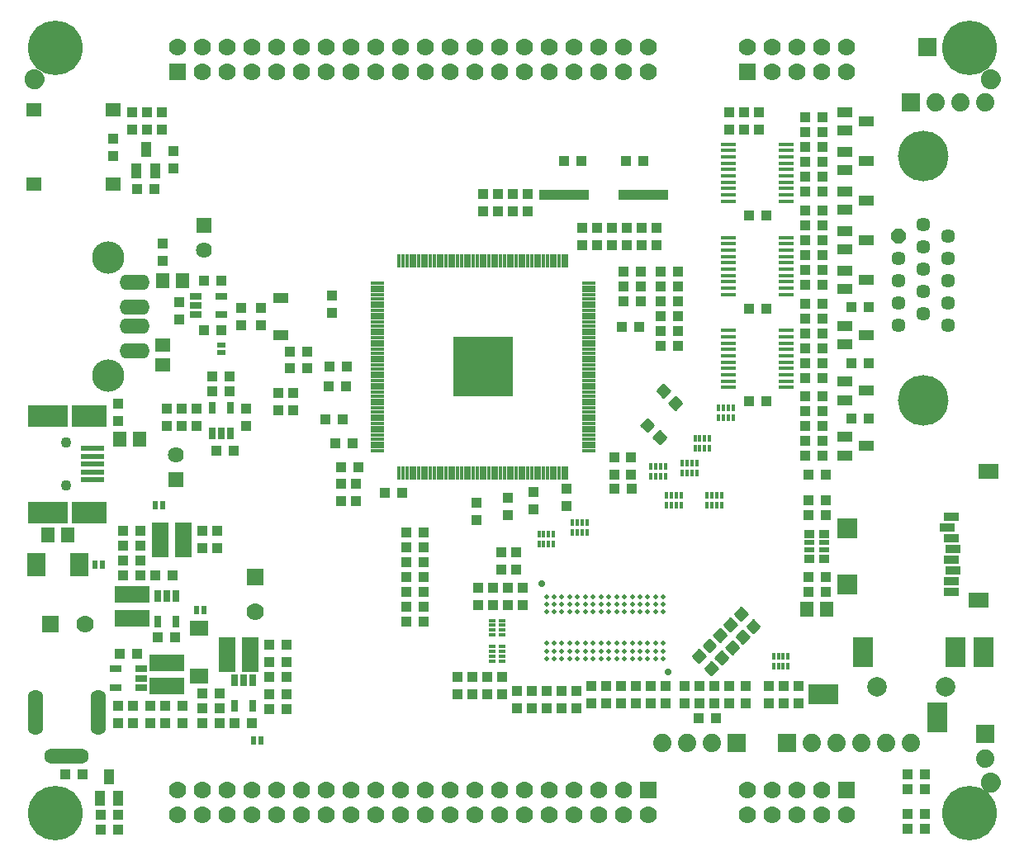
<source format=gbr>
G75*
G70*
%OFA0B0*%
%FSLAX24Y24*%
%IPPOS*%
%LPD*%
%AMOC8*
5,1,8,0,0,1.08239X$1,22.5*
%
%ADD10C,0.0631*%
%ADD11R,0.0740X0.0740*%
%ADD12R,0.0440X0.0440*%
%ADD13C,0.0088*%
%ADD14R,0.2009X0.0434*%
%ADD15R,0.0540X0.0640*%
%ADD16R,0.0700X0.0700*%
%ADD17C,0.0700*%
%ADD18C,0.0434*%
%ADD19C,0.0500*%
%ADD20R,0.0440X0.0340*%
%ADD21R,0.0440X0.0240*%
%ADD22R,0.0257X0.0512*%
%ADD23R,0.0240X0.0340*%
%ADD24R,0.0670X0.1418*%
%ADD25R,0.0591X0.0434*%
%ADD26R,0.0119X0.0552*%
%ADD27R,0.0552X0.0119*%
%ADD28R,0.2402X0.2402*%
%ADD29R,0.0278X0.0278*%
%ADD30R,0.1103X0.1103*%
%ADD31R,0.0286X0.0138*%
%ADD32R,0.0138X0.0286*%
%ADD33R,0.0640X0.0540*%
%ADD34C,0.0740*%
%ADD35R,0.0512X0.0257*%
%ADD36R,0.1418X0.0670*%
%ADD37R,0.0740X0.0940*%
%ADD38C,0.0571*%
%ADD39OC8,0.0571*%
%ADD40C,0.2040*%
%ADD41R,0.0631X0.0158*%
%ADD42R,0.0827X0.1221*%
%ADD43R,0.1221X0.0827*%
%ADD44C,0.0788*%
%ADD45R,0.0749X0.0611*%
%ADD46C,0.0197*%
%ADD47C,0.0276*%
%ADD48R,0.0640X0.0640*%
%ADD49C,0.0640*%
%ADD50R,0.0926X0.0237*%
%ADD51R,0.1615X0.0867*%
%ADD52R,0.1418X0.0867*%
%ADD53O,0.1221X0.0631*%
%ADD54C,0.1306*%
%ADD55R,0.0631X0.0355*%
%ADD56R,0.0827X0.0827*%
%ADD57R,0.0788X0.0591*%
%ADD58R,0.0434X0.0591*%
%ADD59R,0.0340X0.0240*%
%ADD60C,0.2205*%
D10*
X006653Y007771D03*
X006850Y007771D03*
X007047Y007771D03*
X007244Y007771D03*
X007441Y007771D03*
X007637Y007771D03*
X007834Y007771D03*
X008543Y008932D03*
X008543Y009129D03*
X008543Y009326D03*
X008543Y009523D03*
X008543Y009719D03*
X008543Y009916D03*
X008543Y010113D03*
X005984Y010113D03*
X005984Y009916D03*
X005984Y009719D03*
X005984Y009523D03*
X005984Y009326D03*
X005984Y009129D03*
X005984Y008932D03*
D11*
X034293Y008302D03*
X036343Y008302D03*
X044343Y008652D03*
X041343Y034152D03*
X041993Y036402D03*
D12*
X037763Y033552D03*
X037763Y032952D03*
X037763Y032352D03*
X037763Y031752D03*
X037763Y031152D03*
X037763Y030552D03*
X037063Y030552D03*
X037063Y031152D03*
X037063Y031752D03*
X037063Y032352D03*
X037063Y032952D03*
X037063Y033552D03*
X035213Y033742D03*
X034613Y033742D03*
X034013Y033742D03*
X034013Y033042D03*
X034613Y033042D03*
X035213Y033042D03*
X037063Y029792D03*
X037063Y029192D03*
X037063Y028592D03*
X037063Y027992D03*
X037063Y027392D03*
X037063Y026792D03*
X037763Y026792D03*
X037763Y027392D03*
X037763Y027992D03*
X037763Y028592D03*
X037763Y029192D03*
X037763Y029792D03*
X035483Y029592D03*
X034783Y029592D03*
X031923Y027312D03*
X031923Y026712D03*
X031923Y026112D03*
X031923Y025512D03*
X031923Y024912D03*
X031923Y024312D03*
X031223Y024312D03*
X031223Y024912D03*
X030363Y025092D03*
X031223Y025512D03*
X031223Y026112D03*
X030423Y026112D03*
X030423Y026712D03*
X030423Y027312D03*
X031223Y027312D03*
X031223Y026712D03*
X029723Y026712D03*
X029723Y027312D03*
X029873Y028382D03*
X030473Y028382D03*
X031073Y028382D03*
X031073Y029082D03*
X030473Y029082D03*
X029873Y029082D03*
X029273Y029082D03*
X028673Y029082D03*
X028073Y029082D03*
X028073Y028382D03*
X028673Y028382D03*
X029273Y028382D03*
X029723Y026112D03*
X029663Y025092D03*
X034783Y025832D03*
X035483Y025832D03*
X037063Y026032D03*
X037063Y025432D03*
X037063Y024832D03*
X037063Y024232D03*
X037063Y023632D03*
X037063Y023032D03*
X037763Y023032D03*
X037763Y023632D03*
X037763Y024232D03*
X037763Y024832D03*
X037763Y025432D03*
X037763Y026032D03*
X038943Y025872D03*
X039643Y025872D03*
X039643Y023632D03*
X038943Y023632D03*
X037763Y022272D03*
X037763Y021672D03*
X037763Y021072D03*
X037763Y020472D03*
X037763Y019872D03*
X037883Y019112D03*
X037183Y019112D03*
X037063Y019872D03*
X037063Y020472D03*
X037063Y021072D03*
X037063Y021672D03*
X037063Y022272D03*
X035483Y022072D03*
X034783Y022072D03*
X038943Y021392D03*
X039643Y021392D03*
X037883Y018072D03*
X037883Y017472D03*
X037183Y017472D03*
X037183Y018072D03*
X037183Y014992D03*
X037183Y014392D03*
X037883Y014392D03*
X037883Y014992D03*
X036813Y010592D03*
X036213Y010592D03*
X035613Y010592D03*
X035613Y009892D03*
X036213Y009892D03*
X036813Y009892D03*
X034653Y009892D03*
X034013Y009892D03*
X033413Y009892D03*
X032813Y009892D03*
X032213Y009892D03*
X031443Y009892D03*
X030843Y009892D03*
X030243Y009892D03*
X029643Y009892D03*
X029043Y009892D03*
X028443Y009892D03*
X027843Y009682D03*
X027243Y009682D03*
X026643Y009682D03*
X026043Y009682D03*
X025443Y009682D03*
X025443Y010382D03*
X026043Y010382D03*
X026643Y010382D03*
X027243Y010382D03*
X027843Y010382D03*
X028443Y010592D03*
X029043Y010592D03*
X029643Y010592D03*
X030243Y010592D03*
X030843Y010592D03*
X031443Y010592D03*
X032213Y010592D03*
X032813Y010592D03*
X033413Y010592D03*
X034013Y010592D03*
X034653Y010592D03*
X033463Y009282D03*
X032763Y009282D03*
X025653Y013852D03*
X025053Y013852D03*
X024453Y013852D03*
X023853Y013852D03*
X023853Y014552D03*
X024453Y014552D03*
X025053Y014552D03*
X025653Y014552D03*
X025413Y015292D03*
X025413Y015992D03*
X024813Y015992D03*
X024813Y015292D03*
X023793Y017282D03*
X023793Y017982D03*
X025053Y018202D03*
X025053Y017502D03*
X026103Y017712D03*
X026103Y018412D03*
X027423Y018562D03*
X027423Y017862D03*
X029353Y018542D03*
X030053Y018542D03*
X030033Y019132D03*
X029373Y019132D03*
X029373Y019832D03*
X030033Y019832D03*
X021673Y016792D03*
X021673Y016192D03*
X020973Y016192D03*
X020973Y016792D03*
X020973Y015592D03*
X020973Y014992D03*
X020973Y014392D03*
X021673Y014392D03*
X021673Y014992D03*
X021673Y015592D03*
X021673Y013792D03*
X021673Y013192D03*
X020973Y013192D03*
X020973Y013792D03*
X023043Y010952D03*
X023643Y010952D03*
X024243Y010952D03*
X024243Y010252D03*
X023643Y010252D03*
X023043Y010252D03*
X024843Y010252D03*
X024843Y010952D03*
X018933Y018062D03*
X018333Y018062D03*
X018333Y018762D03*
X018343Y019432D03*
X019043Y019432D03*
X018933Y018762D03*
X020103Y018392D03*
X020803Y018392D03*
X018803Y020392D03*
X018103Y020392D03*
X018393Y021352D03*
X017693Y021352D03*
X016413Y021722D03*
X016413Y022422D03*
X015813Y022422D03*
X015813Y021722D03*
X014493Y021802D03*
X014493Y021102D03*
X013993Y020102D03*
X013293Y020102D03*
X012493Y021102D03*
X011893Y021102D03*
X011293Y021102D03*
X011293Y021802D03*
X011893Y021802D03*
X012493Y021802D03*
X013143Y022502D03*
X013143Y023102D03*
X013843Y023102D03*
X013843Y022502D03*
X013493Y024952D03*
X014293Y025152D03*
X014293Y025852D03*
X015093Y025852D03*
X015093Y025152D03*
X016263Y024072D03*
X016263Y023432D03*
X016963Y023432D03*
X016963Y024072D03*
X017853Y023472D03*
X018553Y023472D03*
X018543Y022672D03*
X017843Y022672D03*
X017973Y025642D03*
X017973Y026342D03*
X013493Y026952D03*
X012793Y026952D03*
X011793Y026102D03*
X011793Y025402D03*
X012793Y024952D03*
X011143Y027752D03*
X011143Y028452D03*
X010803Y030652D03*
X010103Y030652D03*
X009143Y032002D03*
X009143Y032702D03*
X009893Y033042D03*
X009893Y033742D03*
X010493Y033742D03*
X011093Y033742D03*
X011093Y033042D03*
X010493Y033042D03*
X011573Y032182D03*
X011573Y031482D03*
X009343Y022002D03*
X009343Y021302D03*
X009543Y016852D03*
X009543Y016252D03*
X010243Y016252D03*
X010243Y016852D03*
X010243Y015652D03*
X010243Y015052D03*
X010843Y015052D03*
X011543Y015052D03*
X012743Y016152D03*
X013343Y016152D03*
X013343Y016852D03*
X012743Y016852D03*
X009543Y015652D03*
X009543Y015052D03*
X010943Y012552D03*
X011643Y012552D03*
X010093Y011902D03*
X009393Y011902D03*
X009343Y009802D03*
X009943Y009802D03*
X010643Y009802D03*
X011243Y009802D03*
X011243Y009102D03*
X010643Y009102D03*
X009943Y009102D03*
X009343Y009102D03*
X007885Y007032D03*
X007185Y007032D03*
X008623Y005402D03*
X008623Y004802D03*
X009323Y004802D03*
X009323Y005402D03*
X011943Y009102D03*
X012743Y009102D03*
X012743Y009702D03*
X011943Y009802D03*
X012743Y010302D03*
X013443Y010302D03*
X013443Y009702D03*
X013443Y009102D03*
X014043Y009102D03*
X014743Y009102D03*
X015443Y009652D03*
X016143Y009652D03*
X016143Y010252D03*
X015443Y010252D03*
X015443Y010952D03*
X016143Y010952D03*
X016143Y011552D03*
X015443Y011552D03*
X015443Y012252D03*
X016143Y012252D03*
X024053Y029762D03*
X024653Y029762D03*
X025253Y029762D03*
X025853Y029762D03*
X025853Y030462D03*
X025253Y030462D03*
X024653Y030462D03*
X024053Y030462D03*
X027333Y031782D03*
X028033Y031782D03*
X029833Y031782D03*
X030533Y031782D03*
X041183Y007032D03*
X041183Y006432D03*
X041883Y006432D03*
X041883Y007032D03*
X041883Y005432D03*
X041883Y004832D03*
X041183Y004832D03*
X041183Y005432D03*
D13*
X033693Y011478D02*
X033445Y011726D01*
X033693Y011974D01*
X033941Y011726D01*
X033693Y011478D01*
X033780Y011565D02*
X033606Y011565D01*
X033519Y011652D02*
X033867Y011652D01*
X033928Y011739D02*
X033458Y011739D01*
X033545Y011826D02*
X033841Y011826D01*
X033754Y011913D02*
X033632Y011913D01*
X033198Y011973D02*
X032950Y012221D01*
X033198Y012469D01*
X033446Y012221D01*
X033198Y011973D01*
X033285Y012060D02*
X033111Y012060D01*
X033024Y012147D02*
X033372Y012147D01*
X033433Y012234D02*
X032963Y012234D01*
X033050Y012321D02*
X033346Y012321D01*
X033259Y012408D02*
X033137Y012408D01*
X033375Y012645D02*
X033623Y012397D01*
X033375Y012645D02*
X033623Y012893D01*
X033871Y012645D01*
X033623Y012397D01*
X033710Y012484D02*
X033536Y012484D01*
X033449Y012571D02*
X033797Y012571D01*
X033858Y012658D02*
X033388Y012658D01*
X033475Y012745D02*
X033771Y012745D01*
X033684Y012832D02*
X033562Y012832D01*
X033799Y013070D02*
X034047Y012822D01*
X033799Y013070D02*
X034047Y013318D01*
X034295Y013070D01*
X034047Y012822D01*
X034134Y012909D02*
X033960Y012909D01*
X033873Y012996D02*
X034221Y012996D01*
X034282Y013083D02*
X033812Y013083D01*
X033899Y013170D02*
X034195Y013170D01*
X034108Y013257D02*
X033986Y013257D01*
X034471Y013742D02*
X034719Y013494D01*
X034471Y013246D01*
X034223Y013494D01*
X034471Y013742D01*
X034558Y013333D02*
X034384Y013333D01*
X034297Y013420D02*
X034645Y013420D01*
X034706Y013507D02*
X034236Y013507D01*
X034323Y013594D02*
X034619Y013594D01*
X034532Y013681D02*
X034410Y013681D01*
X034966Y013247D02*
X035214Y012999D01*
X034966Y012751D01*
X034718Y012999D01*
X034966Y013247D01*
X035053Y012838D02*
X034879Y012838D01*
X034792Y012925D02*
X035140Y012925D01*
X035201Y013012D02*
X034731Y013012D01*
X034818Y013099D02*
X035114Y013099D01*
X035027Y013186D02*
X034905Y013186D01*
X034294Y012575D02*
X034542Y012327D01*
X034294Y012575D02*
X034542Y012823D01*
X034790Y012575D01*
X034542Y012327D01*
X034629Y012414D02*
X034455Y012414D01*
X034368Y012501D02*
X034716Y012501D01*
X034777Y012588D02*
X034307Y012588D01*
X034394Y012675D02*
X034690Y012675D01*
X034603Y012762D02*
X034481Y012762D01*
X033870Y012150D02*
X034118Y011902D01*
X033870Y012150D02*
X034118Y012398D01*
X034366Y012150D01*
X034118Y011902D01*
X034205Y011989D02*
X034031Y011989D01*
X033944Y012076D02*
X034292Y012076D01*
X034353Y012163D02*
X033883Y012163D01*
X033970Y012250D02*
X034266Y012250D01*
X034179Y012337D02*
X034057Y012337D01*
X032774Y011549D02*
X032526Y011797D01*
X032774Y012045D01*
X033022Y011797D01*
X032774Y011549D01*
X032861Y011636D02*
X032687Y011636D01*
X032600Y011723D02*
X032948Y011723D01*
X033009Y011810D02*
X032539Y011810D01*
X032626Y011897D02*
X032922Y011897D01*
X032835Y011984D02*
X032713Y011984D01*
X033021Y011302D02*
X033269Y011054D01*
X033021Y011302D02*
X033269Y011550D01*
X033517Y011302D01*
X033269Y011054D01*
X033356Y011141D02*
X033182Y011141D01*
X033095Y011228D02*
X033443Y011228D01*
X033504Y011315D02*
X033034Y011315D01*
X033121Y011402D02*
X033417Y011402D01*
X033330Y011489D02*
X033208Y011489D01*
X031438Y020625D02*
X031190Y020873D01*
X031438Y020625D02*
X031190Y020377D01*
X030942Y020625D01*
X031190Y020873D01*
X031277Y020464D02*
X031103Y020464D01*
X031016Y020551D02*
X031364Y020551D01*
X031425Y020638D02*
X030955Y020638D01*
X031042Y020725D02*
X031338Y020725D01*
X031251Y020812D02*
X031129Y020812D01*
X030943Y021120D02*
X030695Y021368D01*
X030943Y021120D02*
X030695Y020872D01*
X030447Y021120D01*
X030695Y021368D01*
X030782Y020959D02*
X030608Y020959D01*
X030521Y021046D02*
X030869Y021046D01*
X030930Y021133D02*
X030460Y021133D01*
X030547Y021220D02*
X030843Y021220D01*
X030756Y021307D02*
X030634Y021307D01*
X031830Y022263D02*
X032078Y022015D01*
X031830Y021767D01*
X031582Y022015D01*
X031830Y022263D01*
X031917Y021854D02*
X031743Y021854D01*
X031656Y021941D02*
X032004Y021941D01*
X032065Y022028D02*
X031595Y022028D01*
X031682Y022115D02*
X031978Y022115D01*
X031891Y022202D02*
X031769Y022202D01*
X031583Y022510D02*
X031335Y022758D01*
X031583Y022510D02*
X031335Y022262D01*
X031087Y022510D01*
X031335Y022758D01*
X031422Y022349D02*
X031248Y022349D01*
X031161Y022436D02*
X031509Y022436D01*
X031570Y022523D02*
X031100Y022523D01*
X031187Y022610D02*
X031483Y022610D01*
X031396Y022697D02*
X031274Y022697D01*
D14*
X030533Y030432D03*
X027333Y030432D03*
D15*
X011943Y026952D03*
X011143Y026952D03*
X010193Y020552D03*
X009393Y020552D03*
X007293Y016702D03*
X006493Y016702D03*
X037133Y013692D03*
X037933Y013692D03*
D16*
X038743Y006402D03*
X030743Y006402D03*
X014853Y014972D03*
X006593Y013102D03*
X011743Y035402D03*
X034743Y035402D03*
D17*
X035743Y035402D03*
X036743Y035402D03*
X037743Y035402D03*
X038743Y035402D03*
X038743Y036402D03*
X037743Y036402D03*
X036743Y036402D03*
X035743Y036402D03*
X034743Y036402D03*
X030743Y036402D03*
X029743Y036402D03*
X028743Y036402D03*
X027743Y036402D03*
X026743Y036402D03*
X025743Y036402D03*
X024743Y036402D03*
X023743Y036402D03*
X022743Y036402D03*
X021743Y036402D03*
X020743Y036402D03*
X019743Y036402D03*
X018743Y036402D03*
X017743Y036402D03*
X016743Y036402D03*
X015743Y036402D03*
X014743Y036402D03*
X013743Y036402D03*
X012743Y036402D03*
X011743Y036402D03*
X012743Y035402D03*
X013743Y035402D03*
X014743Y035402D03*
X015743Y035402D03*
X016743Y035402D03*
X017743Y035402D03*
X018743Y035402D03*
X019743Y035402D03*
X020743Y035402D03*
X021743Y035402D03*
X022743Y035402D03*
X023743Y035402D03*
X024743Y035402D03*
X025743Y035402D03*
X026743Y035402D03*
X027743Y035402D03*
X028743Y035402D03*
X029743Y035402D03*
X030743Y035402D03*
X014853Y013572D03*
X007993Y013102D03*
X011743Y006402D03*
X012743Y006402D03*
X013743Y006402D03*
X014743Y006402D03*
X015743Y006402D03*
X016743Y006402D03*
X017743Y006402D03*
X018743Y006402D03*
X019743Y006402D03*
X020743Y006402D03*
X021743Y006402D03*
X022743Y006402D03*
X023743Y006402D03*
X024743Y006402D03*
X025743Y006402D03*
X026743Y006402D03*
X027743Y006402D03*
X028743Y006402D03*
X029743Y006402D03*
X029743Y005402D03*
X030743Y005402D03*
X028743Y005402D03*
X027743Y005402D03*
X026743Y005402D03*
X025743Y005402D03*
X024743Y005402D03*
X023743Y005402D03*
X022743Y005402D03*
X021743Y005402D03*
X020743Y005402D03*
X019743Y005402D03*
X018743Y005402D03*
X017743Y005402D03*
X016743Y005402D03*
X015743Y005402D03*
X014743Y005402D03*
X013743Y005402D03*
X012743Y005402D03*
X011743Y005402D03*
X034743Y005402D03*
X035743Y005402D03*
X036743Y005402D03*
X037743Y005402D03*
X038743Y005402D03*
X037743Y006402D03*
X036743Y006402D03*
X035743Y006402D03*
X034743Y006402D03*
D18*
X044543Y006702D03*
X044543Y035102D03*
X007243Y020419D03*
X007243Y018686D03*
X005943Y035102D03*
D19*
X005801Y035102D02*
X005803Y035126D01*
X005809Y035149D01*
X005819Y035171D01*
X005833Y035191D01*
X005849Y035209D01*
X005869Y035223D01*
X005890Y035234D01*
X005913Y035241D01*
X005937Y035244D01*
X005961Y035243D01*
X005985Y035238D01*
X006007Y035229D01*
X006027Y035216D01*
X006046Y035200D01*
X006061Y035182D01*
X006072Y035160D01*
X006080Y035138D01*
X006084Y035114D01*
X006084Y035090D01*
X006080Y035066D01*
X006072Y035044D01*
X006061Y035022D01*
X006046Y035004D01*
X006027Y034988D01*
X006007Y034975D01*
X005985Y034966D01*
X005961Y034961D01*
X005937Y034960D01*
X005913Y034963D01*
X005890Y034970D01*
X005869Y034981D01*
X005849Y034995D01*
X005833Y035013D01*
X005819Y035033D01*
X005809Y035055D01*
X005803Y035078D01*
X005801Y035102D01*
X044401Y035102D02*
X044403Y035126D01*
X044409Y035149D01*
X044419Y035171D01*
X044433Y035191D01*
X044449Y035209D01*
X044469Y035223D01*
X044490Y035234D01*
X044513Y035241D01*
X044537Y035244D01*
X044561Y035243D01*
X044585Y035238D01*
X044607Y035229D01*
X044627Y035216D01*
X044646Y035200D01*
X044661Y035182D01*
X044672Y035160D01*
X044680Y035138D01*
X044684Y035114D01*
X044684Y035090D01*
X044680Y035066D01*
X044672Y035044D01*
X044661Y035022D01*
X044646Y035004D01*
X044627Y034988D01*
X044607Y034975D01*
X044585Y034966D01*
X044561Y034961D01*
X044537Y034960D01*
X044513Y034963D01*
X044490Y034970D01*
X044469Y034981D01*
X044449Y034995D01*
X044433Y035013D01*
X044419Y035033D01*
X044409Y035055D01*
X044403Y035078D01*
X044401Y035102D01*
X044401Y006702D02*
X044403Y006726D01*
X044409Y006749D01*
X044419Y006771D01*
X044433Y006791D01*
X044449Y006809D01*
X044469Y006823D01*
X044490Y006834D01*
X044513Y006841D01*
X044537Y006844D01*
X044561Y006843D01*
X044585Y006838D01*
X044607Y006829D01*
X044627Y006816D01*
X044646Y006800D01*
X044661Y006782D01*
X044672Y006760D01*
X044680Y006738D01*
X044684Y006714D01*
X044684Y006690D01*
X044680Y006666D01*
X044672Y006644D01*
X044661Y006622D01*
X044646Y006604D01*
X044627Y006588D01*
X044607Y006575D01*
X044585Y006566D01*
X044561Y006561D01*
X044537Y006560D01*
X044513Y006563D01*
X044490Y006570D01*
X044469Y006581D01*
X044449Y006595D01*
X044433Y006613D01*
X044419Y006633D01*
X044409Y006655D01*
X044403Y006678D01*
X044401Y006702D01*
D20*
X037833Y015732D03*
X037233Y015732D03*
X037233Y016732D03*
X037833Y016732D03*
D21*
X037833Y016382D03*
X037833Y016082D03*
X037233Y016082D03*
X037233Y016382D03*
D22*
X014767Y010814D03*
X014393Y010814D03*
X014019Y010814D03*
X014019Y009791D03*
X014767Y009791D03*
X011667Y013191D03*
X010919Y013191D03*
X010919Y014214D03*
X011293Y014214D03*
X011667Y014214D03*
X013119Y020791D03*
X013493Y020791D03*
X013867Y020791D03*
X013867Y021814D03*
X013119Y021814D03*
D23*
X011143Y017872D03*
X010843Y017872D03*
X008693Y015502D03*
X008393Y015502D03*
X012493Y013652D03*
X012793Y013652D03*
X014813Y008392D03*
X015113Y008392D03*
D24*
X014665Y011852D03*
X013720Y011852D03*
X011965Y016502D03*
X011020Y016502D03*
D25*
X015893Y024754D03*
X015893Y026250D03*
X038660Y026618D03*
X038660Y027366D03*
X038660Y028218D03*
X038660Y028966D03*
X038660Y029818D03*
X038660Y030566D03*
X038660Y031418D03*
X038660Y032166D03*
X038660Y033018D03*
X038660Y033766D03*
X039526Y033392D03*
X039526Y031792D03*
X039526Y030192D03*
X039526Y028592D03*
X039526Y026992D03*
X038660Y025126D03*
X038660Y024378D03*
X039526Y024752D03*
X038660Y022886D03*
X038660Y022138D03*
X039526Y022512D03*
X038660Y020646D03*
X038660Y019898D03*
X039526Y020272D03*
D26*
X027449Y019201D03*
X027291Y019201D03*
X027134Y019201D03*
X026976Y019201D03*
X026819Y019201D03*
X026661Y019201D03*
X026504Y019201D03*
X026346Y019201D03*
X026189Y019201D03*
X026031Y019201D03*
X025874Y019201D03*
X025716Y019201D03*
X025559Y019201D03*
X025401Y019201D03*
X025244Y019201D03*
X025087Y019201D03*
X024929Y019201D03*
X024772Y019201D03*
X024614Y019201D03*
X024457Y019201D03*
X024299Y019201D03*
X024142Y019201D03*
X023984Y019201D03*
X023827Y019201D03*
X023669Y019201D03*
X023512Y019201D03*
X023354Y019201D03*
X023197Y019201D03*
X023039Y019201D03*
X022882Y019201D03*
X022724Y019201D03*
X022567Y019201D03*
X022409Y019201D03*
X022252Y019201D03*
X022094Y019201D03*
X021937Y019201D03*
X021779Y019201D03*
X021622Y019201D03*
X021464Y019201D03*
X021307Y019201D03*
X021150Y019201D03*
X020992Y019201D03*
X020835Y019201D03*
X020677Y019201D03*
X020677Y027744D03*
X020835Y027744D03*
X020992Y027744D03*
X021150Y027744D03*
X021307Y027744D03*
X021464Y027744D03*
X021622Y027744D03*
X021779Y027744D03*
X021937Y027744D03*
X022094Y027744D03*
X022252Y027744D03*
X022409Y027744D03*
X022567Y027744D03*
X022724Y027744D03*
X022882Y027744D03*
X023039Y027744D03*
X023197Y027744D03*
X023354Y027744D03*
X023512Y027744D03*
X023669Y027744D03*
X023827Y027744D03*
X023984Y027744D03*
X024142Y027744D03*
X024299Y027744D03*
X024457Y027744D03*
X024614Y027744D03*
X024772Y027744D03*
X024929Y027744D03*
X025087Y027744D03*
X025244Y027744D03*
X025401Y027744D03*
X025559Y027744D03*
X025716Y027744D03*
X025874Y027744D03*
X026031Y027744D03*
X026189Y027744D03*
X026346Y027744D03*
X026504Y027744D03*
X026661Y027744D03*
X026819Y027744D03*
X026976Y027744D03*
X027134Y027744D03*
X027291Y027744D03*
X027449Y027744D03*
D27*
X028335Y026858D03*
X028335Y026701D03*
X028335Y026543D03*
X028335Y026386D03*
X028335Y026228D03*
X028335Y026071D03*
X028335Y025913D03*
X028335Y025756D03*
X028335Y025598D03*
X028335Y025441D03*
X028335Y025283D03*
X028335Y025126D03*
X028335Y024969D03*
X028335Y024811D03*
X028335Y024654D03*
X028335Y024496D03*
X028335Y024339D03*
X028335Y024181D03*
X028335Y024024D03*
X028335Y023866D03*
X028335Y023709D03*
X028335Y023551D03*
X028335Y023394D03*
X028335Y023236D03*
X028335Y023079D03*
X028335Y022921D03*
X028335Y022764D03*
X028335Y022606D03*
X028335Y022449D03*
X028335Y022291D03*
X028335Y022134D03*
X028335Y021976D03*
X028335Y021819D03*
X028335Y021661D03*
X028335Y021504D03*
X028335Y021346D03*
X028335Y021189D03*
X028335Y021031D03*
X028335Y020874D03*
X028335Y020717D03*
X028335Y020559D03*
X028335Y020402D03*
X028335Y020244D03*
X028335Y020087D03*
X019791Y020087D03*
X019791Y020244D03*
X019791Y020402D03*
X019791Y020559D03*
X019791Y020717D03*
X019791Y020874D03*
X019791Y021031D03*
X019791Y021189D03*
X019791Y021346D03*
X019791Y021504D03*
X019791Y021661D03*
X019791Y021819D03*
X019791Y021976D03*
X019791Y022134D03*
X019791Y022291D03*
X019791Y022449D03*
X019791Y022606D03*
X019791Y022764D03*
X019791Y022921D03*
X019791Y023079D03*
X019791Y023236D03*
X019791Y023394D03*
X019791Y023551D03*
X019791Y023709D03*
X019791Y023866D03*
X019791Y024024D03*
X019791Y024181D03*
X019791Y024339D03*
X019791Y024496D03*
X019791Y024654D03*
X019791Y024811D03*
X019791Y024969D03*
X019791Y025126D03*
X019791Y025283D03*
X019791Y025441D03*
X019791Y025598D03*
X019791Y025756D03*
X019791Y025913D03*
X019791Y026071D03*
X019791Y026228D03*
X019791Y026386D03*
X019791Y026543D03*
X019791Y026701D03*
X019791Y026858D03*
D28*
X024063Y023472D03*
D29*
X024772Y023079D03*
X025087Y023079D03*
X024457Y022764D03*
X024457Y022449D03*
X023669Y022449D03*
X023669Y022764D03*
X023354Y023079D03*
X023039Y023079D03*
X023039Y023866D03*
X023354Y023866D03*
X023669Y024181D03*
X023669Y024496D03*
X024457Y024496D03*
X024457Y024181D03*
X024772Y023866D03*
X025087Y023866D03*
D30*
X024063Y023472D03*
D31*
X024431Y013238D03*
X024431Y013041D03*
X024431Y012844D03*
X024431Y012647D03*
X024835Y012647D03*
X024835Y012844D03*
X024835Y013041D03*
X024835Y013238D03*
X024835Y012188D03*
X024835Y011991D03*
X024835Y011794D03*
X024835Y011597D03*
X024431Y011597D03*
X024431Y011794D03*
X024431Y011991D03*
X024431Y012188D03*
D32*
X026318Y016311D03*
X026514Y016311D03*
X026711Y016311D03*
X026908Y016311D03*
X026908Y016714D03*
X026711Y016714D03*
X026514Y016714D03*
X026318Y016714D03*
X027668Y016791D03*
X027864Y016791D03*
X028061Y016791D03*
X028258Y016791D03*
X028258Y017194D03*
X028061Y017194D03*
X027864Y017194D03*
X027668Y017194D03*
X030848Y019041D03*
X031044Y019041D03*
X031241Y019041D03*
X031438Y019041D03*
X031438Y019444D03*
X031241Y019444D03*
X031044Y019444D03*
X030848Y019444D03*
X032108Y019594D03*
X032304Y019594D03*
X032501Y019594D03*
X032698Y019594D03*
X032698Y019191D03*
X032501Y019191D03*
X032304Y019191D03*
X032108Y019191D03*
X032068Y018304D03*
X031871Y018304D03*
X031674Y018304D03*
X031478Y018304D03*
X031478Y017901D03*
X031674Y017901D03*
X031871Y017901D03*
X032068Y017901D03*
X033098Y017901D03*
X033294Y017901D03*
X033491Y017901D03*
X033688Y017901D03*
X033688Y018304D03*
X033491Y018304D03*
X033294Y018304D03*
X033098Y018304D03*
X033011Y020181D03*
X032814Y020181D03*
X032618Y020181D03*
X032618Y020584D03*
X032814Y020584D03*
X033011Y020584D03*
X033208Y020584D03*
X033208Y020181D03*
X033578Y021411D03*
X033774Y021411D03*
X033971Y021411D03*
X034168Y021411D03*
X034168Y021814D03*
X033971Y021814D03*
X033774Y021814D03*
X033578Y021814D03*
X035788Y011794D03*
X035984Y011794D03*
X036181Y011794D03*
X036378Y011794D03*
X036378Y011391D03*
X036181Y011391D03*
X035984Y011391D03*
X035788Y011391D03*
D33*
X011143Y023552D03*
X011143Y024352D03*
X009143Y030852D03*
X005943Y030852D03*
X005943Y033852D03*
X009143Y033852D03*
D34*
X031293Y008302D03*
X032293Y008302D03*
X033293Y008302D03*
X037343Y008302D03*
X038343Y008302D03*
X039343Y008302D03*
X040343Y008302D03*
X041343Y008302D03*
X044343Y007652D03*
X044343Y034152D03*
X043343Y034152D03*
X042343Y034152D03*
D35*
X013505Y026326D03*
X013505Y025578D03*
X012481Y025578D03*
X012481Y025952D03*
X012481Y026326D03*
X010255Y011276D03*
X010255Y010902D03*
X010255Y010528D03*
X009231Y010528D03*
X009231Y011276D03*
D36*
X011293Y011525D03*
X011293Y010580D03*
X009893Y013330D03*
X009893Y014275D03*
D37*
X007750Y015502D03*
X006036Y015502D03*
D38*
X040833Y025157D03*
X040833Y026057D03*
X040833Y026957D03*
X040833Y027857D03*
X041833Y028307D03*
X041833Y027407D03*
X041833Y026507D03*
X041833Y025607D03*
X042833Y026057D03*
X042833Y026957D03*
X042833Y027857D03*
X042833Y028757D03*
X041833Y029207D03*
X042833Y025157D03*
D39*
X040833Y028757D03*
D40*
X041833Y031972D03*
X041833Y022132D03*
D41*
X036314Y022641D03*
X036314Y022897D03*
X036314Y023153D03*
X036314Y023409D03*
X036314Y023664D03*
X036314Y023920D03*
X036314Y024176D03*
X036314Y024432D03*
X036314Y024688D03*
X036314Y024944D03*
X036314Y026401D03*
X036314Y026657D03*
X036314Y026913D03*
X036314Y027169D03*
X036314Y027424D03*
X036314Y027680D03*
X036314Y027936D03*
X036314Y028192D03*
X036314Y028448D03*
X036314Y028704D03*
X036314Y030161D03*
X036314Y030417D03*
X036314Y030673D03*
X036314Y030929D03*
X036314Y031184D03*
X036314Y031440D03*
X036314Y031696D03*
X036314Y031952D03*
X036314Y032208D03*
X036314Y032464D03*
X033952Y032464D03*
X033952Y032208D03*
X033952Y031952D03*
X033952Y031696D03*
X033952Y031440D03*
X033952Y031184D03*
X033952Y030929D03*
X033952Y030673D03*
X033952Y030417D03*
X033952Y030161D03*
X033952Y028704D03*
X033952Y028448D03*
X033952Y028192D03*
X033952Y027936D03*
X033952Y027680D03*
X033952Y027424D03*
X033952Y027169D03*
X033952Y026913D03*
X033952Y026657D03*
X033952Y026401D03*
X033952Y024944D03*
X033952Y024688D03*
X033952Y024432D03*
X033952Y024176D03*
X033952Y023920D03*
X033952Y023664D03*
X033952Y023409D03*
X033952Y023153D03*
X033952Y022897D03*
X033952Y022641D03*
D42*
X039384Y011949D03*
X042416Y009311D03*
X043124Y011949D03*
X044266Y011949D03*
D43*
X037809Y010256D03*
D44*
X039975Y010571D03*
X042731Y010571D03*
D45*
X012593Y010990D03*
X012593Y012915D03*
D46*
X026619Y012313D03*
X026934Y012313D03*
X027249Y012313D03*
X027564Y012313D03*
X027879Y012313D03*
X028194Y012313D03*
X028509Y012313D03*
X028824Y012313D03*
X029139Y012313D03*
X029454Y012313D03*
X029769Y012313D03*
X030084Y012313D03*
X030399Y012313D03*
X030713Y012313D03*
X030713Y011998D03*
X030399Y011998D03*
X030399Y011683D03*
X030713Y011683D03*
X031028Y011683D03*
X031028Y011998D03*
X031028Y012313D03*
X031343Y012313D03*
X031343Y011998D03*
X031343Y011683D03*
X030084Y011683D03*
X030084Y011998D03*
X029769Y011998D03*
X029769Y011683D03*
X029454Y011683D03*
X029454Y011998D03*
X029139Y011998D03*
X029139Y011683D03*
X028824Y011683D03*
X028824Y011998D03*
X028509Y011998D03*
X028509Y011683D03*
X028194Y011683D03*
X028194Y011998D03*
X027879Y011998D03*
X027879Y011683D03*
X027564Y011683D03*
X027564Y011998D03*
X027249Y011998D03*
X026934Y011998D03*
X026619Y011998D03*
X026619Y011683D03*
X026934Y011683D03*
X027249Y011683D03*
X027249Y013573D03*
X027249Y013888D03*
X027249Y014203D03*
X027564Y014203D03*
X027879Y014203D03*
X028194Y014203D03*
X028509Y014203D03*
X028824Y014203D03*
X029139Y014203D03*
X029454Y014203D03*
X029769Y014203D03*
X030084Y014203D03*
X030399Y014203D03*
X030713Y014203D03*
X030713Y013888D03*
X030399Y013888D03*
X030399Y013573D03*
X030713Y013573D03*
X031028Y013573D03*
X031028Y013888D03*
X031028Y014203D03*
X031343Y014203D03*
X031343Y013888D03*
X031343Y013573D03*
X030084Y013573D03*
X030084Y013888D03*
X029769Y013888D03*
X029769Y013573D03*
X029454Y013573D03*
X029454Y013888D03*
X029139Y013888D03*
X028824Y013888D03*
X028509Y013888D03*
X028194Y013888D03*
X027879Y013888D03*
X027564Y013888D03*
X027564Y013573D03*
X027879Y013573D03*
X028194Y013573D03*
X028509Y013573D03*
X028824Y013573D03*
X029139Y013573D03*
X026934Y013573D03*
X026934Y013888D03*
X026934Y014203D03*
X026619Y014203D03*
X026619Y013888D03*
X026619Y013573D03*
D47*
X026422Y014714D03*
X031540Y011171D03*
D48*
X011663Y018922D03*
X012783Y029192D03*
D49*
X012783Y028192D03*
X011663Y019922D03*
D50*
X008308Y019867D03*
X008308Y019552D03*
X008308Y019237D03*
X008308Y018923D03*
X008308Y020182D03*
D51*
X006495Y021501D03*
X006495Y017604D03*
D52*
X008168Y017604D03*
X008168Y021501D03*
D53*
X010010Y024124D03*
X010010Y025109D03*
X010010Y025896D03*
X010010Y026880D03*
D54*
X008943Y027892D03*
X008943Y023113D03*
D55*
X042798Y016979D03*
X042956Y016546D03*
X043034Y016113D03*
X042956Y015680D03*
X043034Y015247D03*
X042956Y014814D03*
X042956Y014381D03*
X042956Y017412D03*
D56*
X038782Y016940D03*
X038782Y014696D03*
D57*
X044078Y014066D03*
X044471Y019243D03*
D58*
X010827Y031399D03*
X010079Y031399D03*
X010453Y032266D03*
X008973Y006936D03*
X009347Y006069D03*
X008599Y006069D03*
D59*
X013493Y024062D03*
X013493Y024362D03*
D60*
X006792Y005452D03*
X006792Y036353D03*
X043694Y036353D03*
X043694Y005452D03*
M02*

</source>
